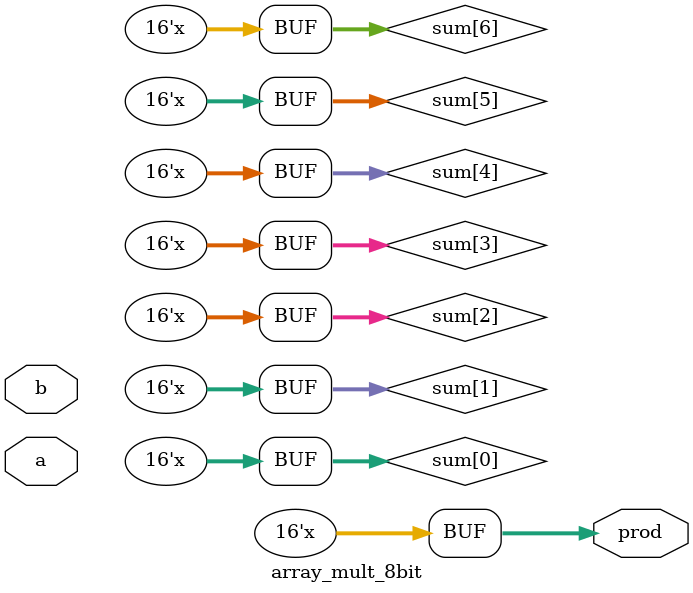
<source format=v>
`timescale 1ns/1ps

module array_mult_8bit (
    input [7:0] a,      // Multiplicand
    input [7:0] b,      // Multiplier  
    output [15:0] prod  // Product
);

    // Generate partial products
    wire [7:0] pp[7:0];
    
    genvar i;
    generate
        for(i = 0; i < 8; i = i + 1) begin : gen_pp
            assign pp[i] = a & {8{b[i]}};
        end
    endgenerate
    
    // Array structure for addition
    wire [15:0] sum[6:0];
    
    // First row: pp[0] + (pp[1] << 1)
    assign sum[0] = {8'b0, pp[0]} + {7'b0, pp[1], 1'b0};
    
    // Subsequent rows
    assign sum[1] = sum[0] + {6'b0, pp[2], 2'b0};
    assign sum[2] = sum[1] + {5'b0, pp[3], 3'b0};
    assign sum[3] = sum[2] + {4'b0, pp[4], 4'b0};
    assign sum[4] = sum[3] + {3'b0, pp[5], 5'b0};
    assign sum[5] = sum[4] + {2'b0, pp[6], 6'b0};
    assign sum[6] = sum[5] + {1'b0, pp[7], 7'b0};
    
    assign prod = sum[6];

endmodule



</source>
